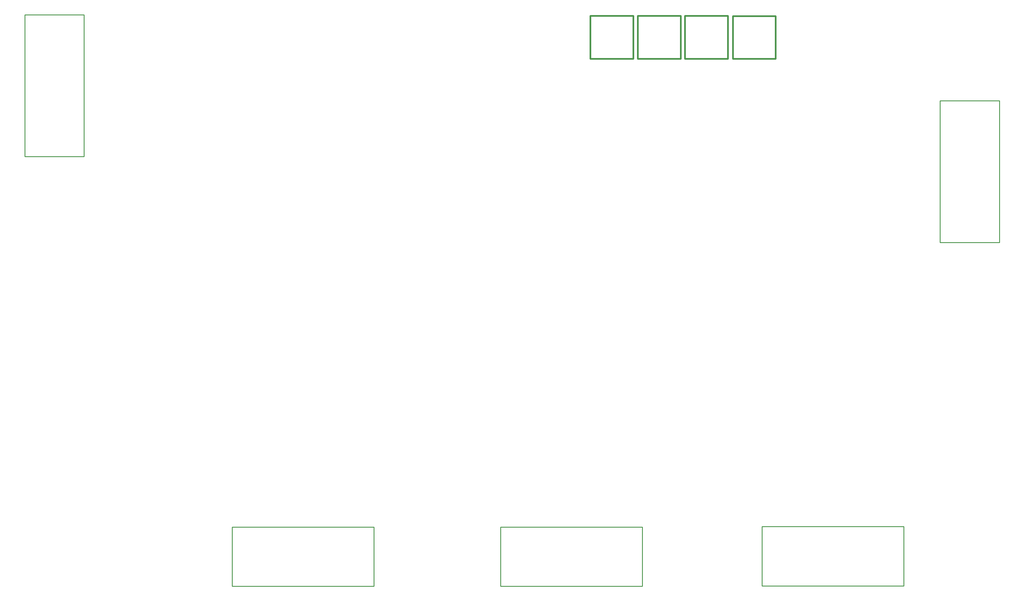
<source format=gbr>
%TF.GenerationSoftware,Altium Limited,Altium Designer,18.0.11 (651)*%
G04 Layer_Color=16711935*
%FSLAX26Y26*%
%MOIN*%
%TF.FileFunction,Other,Mechanical_1*%
%TF.Part,Single*%
G01*
G75*
%TA.AperFunction,NonConductor*%
%ADD122C,0.010000*%
%ADD123C,0.019685*%
D122*
X84256Y5253145D02*
X792913D01*
Y6946059D01*
X84256D02*
X792913D01*
X84256Y5253145D02*
Y6946059D01*
X11018110Y5918114D02*
X11726768D01*
X11018110Y4225201D02*
Y5918114D01*
Y4225201D02*
X11726768D01*
Y5918114D01*
X7460634Y118114D02*
Y826772D01*
X5767721D02*
X7460634D01*
X5767721Y118114D02*
Y826772D01*
Y118114D02*
X7460634D01*
X10584650Y123626D02*
Y832284D01*
X8891736D02*
X10584650D01*
X8891736Y123626D02*
Y832284D01*
Y123626D02*
X10584650D01*
X4254336Y118114D02*
Y826772D01*
X2561423D02*
X4254336D01*
X2561423Y118114D02*
Y826772D01*
Y118114D02*
X4254336D01*
D123*
X8484252Y6420276D02*
Y6932087D01*
X7972441Y6420276D02*
X8484252D01*
X7972441D02*
Y6932087D01*
X8484252D01*
X8543307Y6929134D02*
X9055118D01*
X8543307Y6417323D02*
Y6929134D01*
Y6417323D02*
X9055118D01*
Y6929134D01*
X7920669Y6420276D02*
Y6932087D01*
X7408858Y6420276D02*
X7920669D01*
X7408858D02*
Y6932087D01*
X7920669D01*
X6842323Y6932087D02*
X7354134D01*
X6842323Y6420276D02*
Y6932087D01*
Y6420276D02*
X7354134D01*
Y6932087D01*
%TF.MD5,d023f8795867ff6d0e8db11e7756dc84*%
M02*

</source>
